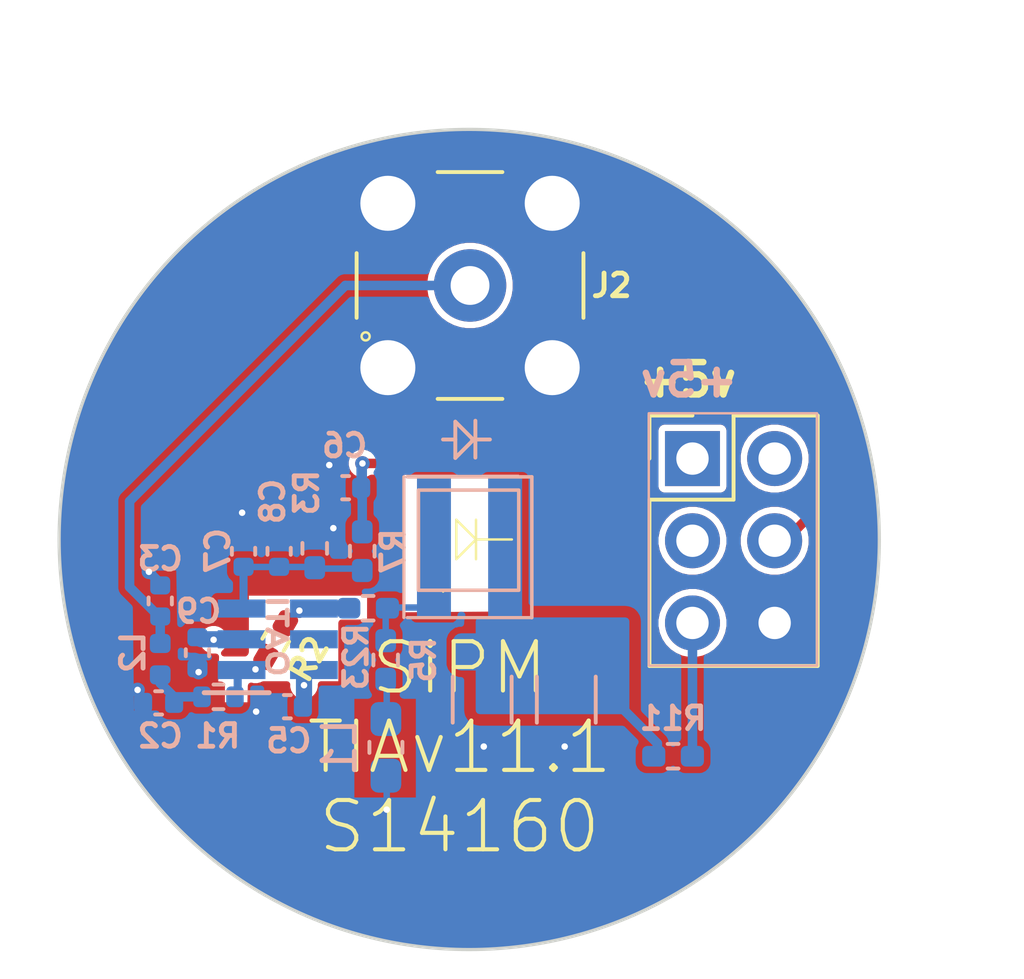
<source format=kicad_pcb>
(kicad_pcb (version 20241229) (generator "pcbnew") (generator_version "9.0")
  (layers (0 "F.Cu" signal) (4 "In1.Cu" signal "PWR") (6 "In2.Cu" signal "GND") (2 "B.Cu" signal) (13 "F.Paste" user) (15 "B.Paste" user) (5 "F.SilkS" user "F.Silkscreen") (7 "B.SilkS" user "B.Silkscreen") (1 "F.Mask" user) (3 "B.Mask" user) (25 "Edge.Cuts" user))
  (net 0 "")
  (net 1 "GND")
  (net 2 "/VBiasFilt")
  (net 3 "Net-(C2-Pad1)")
  (net 4 "VDDA")
  (net 5 "VSSA")
  (net 6 "/OUT")
  (net 7 "Net-(L1-Pad1)")
  (net 8 "Net-(J2-In)")
  (net 9 "+VDC")
  (net 10 "Net-(U1-+)")
  (net 11 "LINE")
  (net 12 "+5V")
  (net 13 "Net-(U1--)")
  (net 15 "Net-(D2-A)")
  (footprint "footprints:PinHeader_2x03_P2.54mm_Vertical" (layer "F.Cu") (at 206.9 97.5)
    (property "Reference" "J1" (hide yes))
    (property "Value" "SSQ-103-01-G-D" (hide yes))
    (fp_line (start -1.33 -1.33) (end 0 -1.33) (stroke (width 0.12)) (layer "F.SilkS"))
    (fp_line (start -1.33 0) (end -1.33 -1.33) (stroke (width 0.12)) (layer "F.SilkS"))
    (fp_line (start -1.33 1.27) (end -1.33 6.41) (stroke (width 0.12)) (layer "F.SilkS"))
    (fp_line (start -1.33 1.27) (end 1.27 1.27) (stroke (width 0.12)) (layer "F.SilkS"))
    (fp_line (start -1.33 6.41) (end 3.87 6.41) (stroke (width 0.12)) (layer "F.SilkS"))
    (fp_line (start 1.27 -1.33) (end 3.87 -1.33) (stroke (width 0.12)) (layer "F.SilkS"))
    (fp_line (start 1.27 1.27) (end 1.27 -1.33) (stroke (width 0.12)) (layer "F.SilkS"))
    (fp_line (start 3.87 -1.33) (end 3.87 6.41) (stroke (width 0.12)) (layer "F.SilkS"))
    (pad "1" thru_hole rect (at 0 0) (size 1.7 1.7) (drill 1) (layers "*.Cu" "*.Mask") (net 12 "+5V"))
    (pad "2" thru_hole oval (at 2.54 0) (size 1.7 1.7) (drill 1) (layers "*.Cu" "*.Mask") (net 5 "VSSA"))
    (pad "3" thru_hole oval (at 0 2.54) (size 1.7 1.7) (drill 1) (layers "*.Cu" "*.Mask") (net 4 "VDDA"))
    (pad "4" thru_hole oval (at 2.54 2.54) (size 1.7 1.7) (drill 1) (layers "*.Cu" "*.Mask") (net 11 "LINE"))
    (pad "5" thru_hole oval (at 0 5.08) (size 1.7 1.7) (drill 1) (layers "*.Cu" "*.Mask") (net 9 "+VDC"))
    (pad "6" thru_hole oval (at 2.54 5.08) (size 1.7 1.7) (drill 1) (layers "*.Cu" "*.Mask") (net 1 "GND"))
  )
  (footprint "Resistor_SMD:R_0402_1005Metric_Pad0.72x0.64mm_HandSolder" (layer "F.Cu") (at 194.019 103.1118 -120)
    (property "Reference" "R2" (at 0 -1.17 240) (layer "F.SilkS") (effects (font (size 0.7 0.7))))
    (property "Value" "1.5k")
    (fp_line (start -0.167621 0.38) (end 0.167621 0.38) (stroke (width 0.12)) (layer "F.SilkS"))
    (fp_line (start -0.167621 -0.38) (end 0.167621 -0.38) (stroke (width 0.12)) (layer "F.SilkS"))
    (pad "1" smd roundrect (at -0.5975 0 240) (size 0.715 0.64) (layers "F.Cu" "F.Mask" "F.Paste") (net 13 "Net-(U1--)"))
    (pad "2" smd roundrect (at 0.5975 0 240) (size 0.715 0.64) (layers "F.Cu" "F.Mask" "F.Paste") (net 6 "/OUT"))
  )
  (footprint "Connector_Coaxial:SMB_Jack_Vertical" (layer "F.Cu") (at 200.025 92.15)
    (property "Reference" "J2" (at 4.375 0 0) (layer "F.SilkS") (effects (font (size 0.7 0.7))))
    (property "Value" "Conn_Coaxial" (hide yes))
    (fp_line (start -3.5052 1) (end -3.5052 -1) (stroke (width 0.12)) (layer "F.SilkS"))
    (fp_line (start -1 -3.5052) (end 1 -3.5052) (stroke (width 0.12)) (layer "F.SilkS"))
    (fp_line (start 1 3.5052) (end -1 3.5052) (stroke (width 0.12)) (layer "F.SilkS"))
    (fp_line (start 3.5052 -1) (end 3.5052 1) (stroke (width 0.12)) (layer "F.SilkS"))
    (pad "1" thru_hole circle (at 0 0) (size 2.24 2.24) (drill 1.2) (layers "*.Cu" "*.Mask") (net 8 "Net-(J2-In)"))
    (pad "2" thru_hole circle (at -2.54 -2.54) (size 2.74 2.74) (drill 1.7) (layers "*.Cu" "*.Mask") (net 1 "GND"))
    (pad "2" thru_hole circle (at -2.54 2.54) (size 2.74 2.74) (drill 1.7) (layers "*.Cu" "*.Mask") (net 1 "GND"))
    (pad "2" thru_hole circle (at 2.54 -2.54) (size 2.74 2.74) (drill 1.7) (layers "*.Cu" "*.Mask") (net 1 "GND"))
    (pad "2" thru_hole circle (at 2.54 2.54) (size 2.74 2.74) (drill 1.7) (layers "*.Cu" "*.Mask") (net 1 "GND"))
  )
  (footprint "Capacitor_SMD:C_1206_3216Metric" (layer "B.Cu") (at 200.4 104.95 -90)
    (property "Reference" "C1" (hide yes))
    (property "Value" "2.2u")
    (fp_line (start -0.711252 0.91) (end 0.711252 0.91) (stroke (width 0.12)) (layer "B.SilkS"))
    (fp_line (start -0.711252 -0.91) (end 0.711252 -0.91) (stroke (width 0.12)) (layer "B.SilkS"))
    (pad "1" smd roundrect (at -1.475 0 270) (size 1.15 1.8) (layers "B.Cu" "B.Mask" "B.Paste") (roundrect_rratio 0.2173913043) (net 2 "/VBiasFilt"))
    (pad "2" smd roundrect (at 1.475 0 270) (size 1.15 1.8) (layers "B.Cu" "B.Mask" "B.Paste") (roundrect_rratio 0.2173913043) (net 1 "GND"))
  )
  (footprint "Capacitor_SMD:C_0402_1005Metric" (layer "B.Cu") (at 193.025 100.365 90)
    (property "Reference" "C7" (at 0.0168 -0.794 90) (layer "B.SilkS") (effects (font (size 0.7 0.7)) (justify mirror)))
    (property "Value" "1u" (hide yes))
    (fp_line (start -0.107836 -0.36) (end 0.107836 -0.36) (stroke (width 0.12)) (layer "B.SilkS"))
    (fp_line (start -0.107836 0.36) (end 0.107836 0.36) (stroke (width 0.12)) (layer "B.SilkS"))
    (pad "1" smd roundrect (at -0.48 0 90) (size 0.56 0.62) (layers "B.Cu" "B.Mask" "B.Paste") (net 10 "Net-(U1-+)"))
    (pad "2" smd roundrect (at 0.48 0 90) (size 0.56 0.62) (layers "B.Cu" "B.Mask" "B.Paste") (net 1 "GND"))
  )
  (footprint "Capacitor_SMD:C_0402_1005Metric" (layer "B.Cu") (at 194.3792 105.1684 180)
    (property "Reference" "C5" (at -0.0458 -1.0566 0) (layer "B.SilkS") (effects (font (size 0.7 0.7)) (justify mirror)))
    (property "Value" "1u" (hide yes))
    (fp_line (start -0.107836 0.36) (end 0.107836 0.36) (stroke (width 0.12)) (layer "B.SilkS"))
    (fp_line (start -0.107836 -0.36) (end 0.107836 -0.36) (stroke (width 0.12)) (layer "B.SilkS"))
    (pad "1" smd roundrect (at -0.48 0 180) (size 0.56 0.62) (layers "B.Cu" "B.Mask" "B.Paste") (net 4 "VDDA"))
    (pad "2" smd roundrect (at 0.48 0 180) (size 0.56 0.62) (layers "B.Cu" "B.Mask" "B.Paste") (net 1 "GND"))
  )
  (footprint "Capacitor_SMD:C_0402_1005Metric" (layer "B.Cu") (at 194.125 100.365 90)
    (property "Reference" "C8" (at 1.54 -0.2 270) (layer "B.SilkS") (effects (font (size 0.7 0.7) (thickness 0.15) (bold yes)) (justify mirror)))
    (property "Value" "1u")
    (fp_line (start -0.107836 -0.36) (end 0.107836 -0.36) (stroke (width 0.12)) (layer "B.SilkS"))
    (fp_line (start -0.107836 0.36) (end 0.107836 0.36) (stroke (width 0.12)) (layer "B.SilkS"))
    (pad "1" smd roundrect (at -0.48 0 90) (size 0.56 0.62) (layers "B.Cu" "B.Mask" "B.Paste") (net 10 "Net-(U1-+)"))
    (pad "2" smd roundrect (at 0.48 0 90) (size 0.56 0.62) (layers "B.Cu" "B.Mask" "B.Paste") (net 1 "GND"))
  )
  (footprint "Resistor_SMD:R_0402_1005Metric_Pad0.72x0.64mm_HandSolder" (layer "B.Cu") (at 195.225 100.275 -90)
    (property "Reference" "R3" (at -1.725 0.25 90) (layer "B.SilkS") (effects (font (size 0.7 0.7)) (justify mirror)))
    (property "Value" "68")
    (fp_line (start -0.167621 0.38) (end 0.167621 0.38) (stroke (width 0.12)) (layer "B.SilkS"))
    (fp_line (start -0.167621 -0.38) (end 0.167621 -0.38) (stroke (width 0.12)) (layer "B.SilkS"))
    (pad "1" smd roundrect (at -0.5975 0 270) (size 0.715 0.64) (layers "B.Cu" "B.Mask" "B.Paste") (net 1 "GND"))
    (pad "2" smd roundrect (at 0.5975 0 270) (size 0.715 0.64) (layers "B.Cu" "B.Mask" "B.Paste") (net 10 "Net-(U1-+)"))
  )
  (footprint "Resistor_SMD:R_0402_1005Metric_Pad0.72x0.64mm_HandSolder" (layer "B.Cu") (at 206.3 106.7 180)
    (property "Reference" "R11" (at 0 1.17 0) (layer "B.SilkS") (effects (font (size 0.7 0.7)) (justify mirror)))
    (property "Value" "10")
    (fp_line (start -0.167621 0.38) (end 0.167621 0.38) (stroke (width 0.12)) (layer "B.SilkS"))
    (fp_line (start -0.167621 -0.38) (end 0.167621 -0.38) (stroke (width 0.12)) (layer "B.SilkS"))
    (pad "1" smd roundrect (at -0.5975 0 180) (size 0.715 0.64) (layers "B.Cu" "B.Mask" "B.Paste") (net 9 "+VDC"))
    (pad "2" smd roundrect (at 0.5975 0 180) (size 0.715 0.64) (layers "B.Cu" "B.Mask" "B.Paste") (net 2 "/VBiasFilt"))
  )
  (footprint "Resistor_SMD:R_0402_1005Metric_Pad0.72x0.64mm_HandSolder" (layer "B.Cu") (at 196.875 102.125 180)
    (property "Reference" "R23" (at 0.375 -1.5 90) (layer "B.SilkS") (effects (font (size 0.7 0.7)) (justify mirror)))
    (property "Value" "30")
    (fp_line (start -0.167621 0.38) (end 0.167621 0.38) (stroke (width 0.12)) (layer "B.SilkS"))
    (fp_line (start -0.167621 -0.38) (end 0.167621 -0.38) (stroke (width 0.12)) (layer "B.SilkS"))
    (pad "1" smd roundrect (at -0.5975 0 180) (size 0.715 0.64) (layers "B.Cu" "B.Mask" "B.Paste") (net 15 "Net-(D2-A)"))
    (pad "2" smd roundrect (at 0.5975 0 180) (size 0.715 0.64) (layers "B.Cu" "B.Mask" "B.Paste") (net 13 "Net-(U1--)"))
  )
  (footprint "Inductor_SMD:L_0603_1608Metric_Pad1.05x0.95mm_HandSolder" (layer "B.Cu") (at 197.425 106.425 -90)
    (property "Reference" "L1" (at 0 1.43 90) (layer "B.SilkS") (effects (justify mirror)))
    (property "Value" "33nH")
    (fp_line (start -0.171267 0.51) (end 0.171267 0.51) (stroke (width 0.12)) (layer "B.SilkS"))
    (fp_line (start -0.171267 -0.51) (end 0.171267 -0.51) (stroke (width 0.12)) (layer "B.SilkS"))
    (pad "1" smd roundrect (at -0.875 0 270) (size 1.05 0.95) (layers "B.Cu" "B.Mask" "B.Paste") (net 7 "Net-(L1-Pad1)"))
    (pad "2" smd roundrect (at 0.875 0 270) (size 1.05 0.95) (layers "B.Cu" "B.Mask" "B.Paste") (net 1 "GND"))
  )
  (footprint "Resistor_SMD:R_0402_1005Metric" (layer "B.Cu") (at 192.25 104.8636 180)
    (property "Reference" "R1" (at 0.025 -1.2114 0) (layer "B.SilkS") (effects (font (size 0.7 0.7)) (justify mirror)))
    (property "Value" "50")
    (fp_line (start -0.153641 0.38) (end 0.153641 0.38) (stroke (width 0.12)) (layer "B.SilkS"))
    (fp_line (start -0.153641 -0.38) (end 0.153641 -0.38) (stroke (width 0.12)) (layer "B.SilkS"))
    (pad "1" smd roundrect (at -0.51 0 180) (size 0.54 0.64) (layers "B.Cu" "B.Mask" "B.Paste") (net 6 "/OUT"))
    (pad "2" smd roundrect (at 0.51 0 180) (size 0.54 0.64) (layers "B.Cu" "B.Mask" "B.Paste") (net 3 "Net-(C2-Pad1)"))
  )
  (footprint "Capacitor_SMD:C_0402_1005Metric" (layer "B.Cu") (at 191.6 103.5 -90)
    (property "Reference" "C9" (at -1.278 -0.036 0) (layer "B.SilkS") (effects (font (size 0.7 0.7)) (justify mirror)))
    (property "Value" "1u" (hide yes))
    (fp_line (start -0.107836 0.36) (end 0.107836 0.36) (stroke (width 0.12)) (layer "B.SilkS"))
    (fp_line (start -0.107836 -0.36) (end 0.107836 -0.36) (stroke (width 0.12)) (layer "B.SilkS"))
    (pad "1" smd roundrect (at -0.48 0 270) (size 0.56 0.62) (layers "B.Cu" "B.Mask" "B.Paste") (net 5 "VSSA"))
    (pad "2" smd roundrect (at 0.48 0 270) (size 0.56 0.62) (layers "B.Cu" "B.Mask" "B.Paste") (net 1 "GND"))
  )
  (footprint "Resistor_SMD:R_0402_1005Metric_Pad0.72x0.64mm_HandSolder" (layer "B.Cu") (at 197.418 103.725 90)
    (property "Reference" "R5" (at 0 1.17 270) (layer "B.SilkS") (effects (font (size 0.7 0.7)) (justify mirror)))
    (property "Value" "3.0")
    (fp_line (start -0.167621 -0.38) (end 0.167621 -0.38) (stroke (width 0.12)) (layer "B.SilkS"))
    (fp_line (start -0.167621 0.38) (end 0.167621 0.38) (stroke (width 0.12)) (layer "B.SilkS"))
    (pad "1" smd roundrect (at -0.5975 0 90) (size 0.715 0.64) (layers "B.Cu" "B.Mask" "B.Paste") (net 7 "Net-(L1-Pad1)"))
    (pad "2" smd roundrect (at 0.5975 0 90) (size 0.715 0.64) (layers "B.Cu" "B.Mask" "B.Paste") (net 15 "Net-(D2-A)"))
  )
  (footprint "footprints:OPA847IDBVT" (layer "B.Cu") (at 194.0824 103.085)
    (property "Reference" "U1" (hide yes))
    (property "Value" "OPA847IDBVT" (hide yes))
    (fp_line (start -0.2667 1.651) (end -2.2733 1.651) (stroke (width 0.1524)) (layer "B.SilkS"))
    (fp_text user "OATI" (at -0.0384 -0.1 270) (layer "B.SilkS") (effects (font (size 0.6 0.8)) (justify mirror)))
    (pad "1" smd rect (at -1.1176 0.950001) (size 1.4732 0.5588) (layers "B.Cu" "B.Mask" "B.Paste") (net 6 "/OUT"))
    (pad "2" smd rect (at -1.1176 0) (size 1.4732 0.5588) (layers "B.Cu" "B.Mask" "B.Paste") (net 5 "VSSA"))
    (pad "3" smd rect (at -1.1176 -0.950001) (size 1.4732 0.5588) (layers "B.Cu" "B.Mask" "B.Paste") (net 10 "Net-(U1-+)"))
    (pad "4" smd rect (at 1.1176 -0.950001) (size 1.4732 0.5588) (layers "B.Cu" "B.Mask" "B.Paste") (net 13 "Net-(U1--)"))
    (pad "5" smd rect (at 1.1176 0) (size 1.4732 0.5588) (layers "B.Cu" "B.Mask" "B.Paste"))
    (pad "6" smd rect (at 1.1176 0.950001) (size 1.4732 0.5588) (layers "B.Cu" "B.Mask" "B.Paste") (net 4 "VDDA"))
  )
  (footprint "Resistor_SMD:R_0402_1005Metric_Pad0.72x0.64mm_HandSolder" (layer "B.Cu") (at 196.694 100.3618 90)
    (property "Reference" "R7" (at 0 0.956 270) (layer "B.SilkS") (effects (font (size 0.7 0.7)) (justify mirror)))
    (property "Value" "5k")
    (fp_line (start -0.167621 -0.38) (end 0.167621 -0.38) (stroke (width 0.12)) (layer "B.SilkS"))
    (fp_line (start -0.167621 0.38) (end 0.167621 0.38) (stroke (width 0.12)) (layer "B.SilkS"))
    (pad "1" smd roundrect (at -0.5975 0 90) (size 0.715 0.64) (layers "B.Cu" "B.Mask" "B.Paste") (net 10 "Net-(U1-+)"))
    (pad "2" smd roundrect (at 0.5975 0 90) (size 0.715 0.64) (layers "B.Cu" "B.Mask" "B.Paste") (net 11 "LINE"))
  )
  (footprint "Capacitor_SMD:C_0402_1005Metric" (layer "B.Cu") (at 190.45 101.9 90)
    (property "Reference" "C3" (at 1.3 0 0) (layer "B.SilkS") (effects (font (size 0.7 0.7)) (justify mirror)))
    (property "Value" "120p")
    (fp_line (start -0.107836 -0.36) (end 0.107836 -0.36) (stroke (width 0.12)) (layer "B.SilkS"))
    (fp_line (start -0.107836 0.36) (end 0.107836 0.36) (stroke (width 0.12)) (layer "B.SilkS"))
    (pad "1" smd roundrect (at -0.48 0 90) (size 0.56 0.62) (layers "B.Cu" "B.Mask" "B.Paste") (net 8 "Net-(J2-In)"))
    (pad "2" smd roundrect (at 0.48 0 90) (size 0.56 0.62) (layers "B.Cu" "B.Mask" "B.Paste") (net 1 "GND"))
  )
  (footprint "footprints:S14160-30" (layer "B.Cu") (at 200 100 90)
    (property "Reference" "D2" (hide yes))
    (property "Value" "S14160-30")
    (fp_line (start -2.412008 -2.019679) (end 1.937992 -2.019679) (stroke (width 0.1)) (layer "B.SilkS"))
    (fp_line (start 1.935 -1.915) (end 1.935 1.935) (stroke (width 0.11)) (layer "B.SilkS"))
    (fp_line (start 3.64 -0.43) (end 3.12 0.09) (stroke (width 0.12)) (layer "B.SilkS"))
    (fp_line (start 3.09 -0.43) (end 3.09 -0.81) (stroke (width 0.12)) (layer "B.SilkS"))
    (fp_line (start 2.52 -0.43) (end 3.64 -0.43) (stroke (width 0.12)) (layer "B.SilkS"))
    (fp_line (start 2.63 -0.32) (end 2.52 -0.43) (stroke (width 0.12)) (layer "B.SilkS"))
    (fp_line (start 3.12 0.09) (end 3.05 0.09) (stroke (width 0.12)) (layer "B.SilkS"))
    (fp_line (start 3.08 0.13) (end 2.63 -0.32) (stroke (width 0.12)) (layer "B.SilkS"))
    (fp_line (start 2.53 0.19) (end 3.67 0.19) (stroke (width 0.12)) (layer "B.SilkS"))
    (fp_line (start 3.09 0.64) (end 3.09 0.24) (stroke (width 0.12)) (layer "B.SilkS"))
    (fp_line (start 1.935 1.935) (end -2.415 1.935) (stroke (width 0.11)) (layer "B.SilkS"))
    (fp_line (start -2.415 1.935) (end -2.415 -1.915) (stroke (width 0.1)) (layer "B.SilkS"))
    (fp_rect (start 1.526425 1.530562) (end -1.57 -1.57) (stroke (width 0.11)) (fill no) (layer "B.SilkS"))
    (pad "1" smd rect (at -0.24 -1.09 90) (size 4.25 1.05) (layers "B.Cu" "B.Mask" "B.Paste") (net 15 "Net-(D2-A)"))
    (pad "2" smd rect (at -0.24 1.11 90) (size 4.25 1.05) (layers "B.Cu" "B.Mask" "B.Paste") (net 2 "/VBiasFilt"))
  )
  (footprint "Capacitor_SMD:C_0402_1005Metric" (layer "B.Cu") (at 190.4 105.05 180)
    (property "Reference" "C2" (at -0.05 -1.025 180) (layer "B.SilkS") (effects (font (size 0.7 0.7)) (justify mirror)))
    (property "Value" "120pF")
    (fp_line (start -0.107836 0.36) (end 0.107836 0.36) (stroke (width 0.12)) (layer "B.SilkS"))
    (fp_line (start -0.107836 -0.36) (end 0.107836 -0.36) (stroke (width 0.12)) (layer "B.SilkS"))
    (pad "1" smd roundrect (at -0.48 0 180) (size 0.56 0.62) (layers "B.Cu" "B.Mask" "B.Paste") (net 3 "Net-(C2-Pad1)"))
    (pad "2" smd roundrect (at 0.48 0 180) (size 0.56 0.62) (layers "B.Cu" "B.Mask" "B.Paste") (net 1 "GND"))
  )
  (footprint "Capacitor_SMD:C_0402_1005Metric" (layer "B.Cu") (at 196.18 98.4 180)
    (property "Reference" "C6" (at 0.03 1.3 0) (layer "B.SilkS") (effects (font (size 0.7 0.7) (thickness 0.15) (bold yes)) (justify mirror)))
    (property "Value" "1u")
    (fp_line (start -0.107836 0.36) (end 0.107836 0.36) (stroke (width 0.12)) (layer "B.SilkS"))
    (fp_line (start -0.107836 -0.36) (end 0.107836 -0.36) (stroke (width 0.12)) (layer "B.SilkS"))
    (pad "1" smd roundrect (at -0.48 0 180) (size 0.56 0.62) (layers "B.Cu" "B.Mask" "B.Paste") (net 11 "LINE"))
    (pad "2" smd roundrect (at 0.48 0 180) (size 0.56 0.62) (layers "B.Cu" "B.Mask" "B.Paste") (net 1 "GND"))
  )
  (footprint "Inductor_SMD:L_0402_1005Metric" (layer "B.Cu") (at 190.45 103.7 90)
    (property "Reference" "L2" (at 0.208 -0.846 90) (layer "B.SilkS") (effects (font (size 0.7 0.7)) (justify mirror)))
    (property "Value" "560nH")
    (pad "1" smd roundrect (at -0.485 0 90) (size 0.59 0.64) (layers "B.Cu" "B.Mask" "B.Paste") (net 3 "Net-(C2-Pad1)"))
    (pad "2" smd roundrect (at 0.485 0 90) (size 0.59 0.64) (layers "B.Cu" "B.Mask" "B.Paste") (net 8 "Net-(J2-In)"))
  )
  (footprint "Capacitor_SMD:C_1206_3216Metric" (layer "B.Cu") (at 203 104.95 -90)
    (property "Reference" "C4" (hide yes))
    (property "Value" "2.2u")
    (fp_line (start -0.711252 0.91) (end 0.711252 0.91) (stroke (width 0.12)) (layer "B.SilkS"))
    (fp_line (start -0.711252 -0.91) (end 0.711252 -0.91) (stroke (width 0.12)) (layer "B.SilkS"))
    (pad "1" smd roundrect (at -1.475 0 270) (size 1.15 1.8) (layers "B.Cu" "B.Mask" "B.Paste") (roundrect_rratio 0.2173913043) (net 2 "/VBiasFilt"))
    (pad "2" smd roundrect (at 1.475 0 270) (size 1.15 1.8) (layers "B.Cu" "B.Mask" "B.Paste") (roundrect_rratio 0.2173913043) (net 1 "GND"))
  )
  (gr_circle (center 196.7982 93.7232) (end 196.8982 93.7982) (stroke (width 0.0762)) (fill no) (layer "F.SilkS"))
  (gr_line (start 200.2096 100.6096) (end 200.2096 99.3904) (stroke (width 0.0762)) (layer "F.SilkS"))
  (gr_line (start 200.2096 100) (end 201.3178 100) (stroke (width 0.0762)) (layer "F.SilkS"))
  (gr_line (start 199.6 100.5588) (end 199.6 99.3904) (stroke (width 0.0762)) (layer "F.SilkS"))
  (gr_line (start 199.6 99.3904) (end 200.2096 100) (stroke (width 0.0762)) (layer "F.SilkS"))
  (gr_line (start 200.2096 100) (end 199.6 100.6096) (stroke (width 0.0762)) (layer "F.SilkS"))
  (gr_line (start 199.1928 101.6096) (end 199.1928 101.5588) (stroke (width 0.0762)) (layer "F.SilkS"))
  (gr_rect (start 205.55 96.1) (end 210.75 103.9) (stroke (width 0.0762)) (fill no) (layer "B.SilkS"))
  (gr_circle (center 200 100) (end 212.6746 100) (stroke (width 0.1)) (fill no) (layer "Edge.Cuts"))
  (gr_text "SiPM\nTIAv11.1\nS14160\n\n" (at 199.7 107.65 0) (layer "F.SilkS") (effects (font (size 1.524 1.524) (thickness 0.127))))
  (gr_text "+5v" (at 205.15 95.65 0) (layer "F.SilkS") (effects (font (size 1 1) (thickness 0.2) (bold yes)) (justify left bottom)))
  (gr_text "+5v" (at 208.4 95.65 0) (layer "B.SilkS") (effects (font (size 1 1) (thickness 0.2) (bold yes)) (justify left bottom mirror)))
  (via (at 192.981 99.1732) (size 0.45) (drill 0.2) (layers "F.Cu" "B.Cu") (net 1))
  (via (at 195.8 99.65) (size 0.45) (drill 0.2) (layers "F.Cu" "B.Cu") (net 1))
  (via (at 191.636 104.1) (size 0.45) (drill 0.2) (layers "F.Cu" "B.Cu") (net 1))
  (via (at 189.75 104.65) (size 0.45) (drill 0.2) (layers "F.Cu" "B.Cu") (net 1))
  (via (at 200.45 106.4) (size 0.45) (drill 0.2) (layers "F.Cu" "B.Cu") (net 1))
  (via (at 202.95 106.4) (size 0.45) (drill 0.2) (layers "F.Cu" "B.Cu") (net 1))
  (via (at 195.675 97.7) (size 0.45) (drill 0.2) (layers "F.Cu" "B.Cu") (net 1))
  (via (at 197.45 108.35) (size 0.45) (drill 0.2) (layers "F.Cu" "B.Cu") (net 1))
  (via (at 190.1 101) (size 0.45) (drill 0.2) (layers "F.Cu" "B.Cu") (net 1))
  (via (at 193.414 105.3208) (size 0.45) (drill 0.2) (layers "F.Cu" "B.Cu") (net 1))
  (segment (start 194.125 99.88) (end 195.225 99.88) (width 0.2) (layer "B.Cu") (net 1))
  (segment (start 193.025 99.88) (end 194.125 99.88) (width 0.2) (layer "B.Cu") (net 1))
  (segment (start 190.45 101.35) (end 190.1 101) (width 0.29337) (layer "B.Cu") (net 1))
  (segment (start 197.45 108.35) (end 197.45 107.0945) (width 0.2) (layer "B.Cu") (net 1))
  (segment (start 195.225 99.6775) (end 195.7725 99.6775) (width 0.25) (layer "B.Cu") (net 1))
  (segment (start 195.7 98.4) (end 195.7 97.725) (width 0.25) (layer "B.Cu") (net 1))
  (segment (start 195.675 97.7) (end 195.65 97.725) (width 0.25) (layer "B.Cu") (net 1))
  (segment (start 193.9128 105.2192) (end 193.982 105.15) (width 0.29337) (layer "B.Cu") (net 1))
  (segment (start 193.5664 105.2192) (end 193.9128 105.2192) (width 0.29337) (layer "B.Cu") (net 1))
  (segment (start 190.45 101.42) (end 190.45 101.35) (width 0.29337) (layer "B.Cu") (net 1))
  (segment (start 192.981 99.1732) (end 192.981 99.841) (width 0.25) (layer "B.Cu") (net 1))
  (segment (start 192.981 99.841) (end 193.025 99.885) (width 0.25) (layer "B.Cu") (net 1))
  (segment (start 195.7725 99.6775) (end 195.8 99.65) (width 0.25) (layer "B.Cu") (net 1))
  (segment (start 195.7 97.725) (end 195.675 97.7) (width 0.25) (layer "B.Cu") (net 1))
  (segment (start 201.11 102.7775) (end 201.11 100.24) (width 0.2) (layer "B.Cu") (net 2))
  (segment (start 200.4 103.4875) (end 201.11 102.7775) (width 0.2) (layer "B.Cu") (net 2))
  (segment (start 205.815 106.3025) (end 203 103.4875) (width 0.29337) (layer "B.Cu") (net 2))
  (segment (start 205.815 106.7) (end 205.815 106.3025) (width 0.29337) (layer "B.Cu") (net 2))
  (segment (start 190.88 105.05) (end 190.88 104.8696) (width 0.29337) (layer "B.Cu") (net 3))
  (segment (start 191.6979 104.8636) (end 190.8629 104.8636) (width 0.29337) (layer "B.Cu") (net 3))
  (segment (start 190.93 105) (end 190.88 105.05) (width 0.29337) (layer "B.Cu") (net 3))
  (segment (start 190.45 104.4396) (end 190.45 104.185) (width 0.29337) (layer "B.Cu") (net 3))
  (segment (start 190.88 104.8696) (end 190.45 104.4396) (width 0.29337) (layer "B.Cu") (net 3))
  (via (at 194.894 104.504) (size 0.45) (drill 0.2) (layers "F.Cu" "B.Cu") (net 4))
  (segment (start 194.894 104.219201) (end 194.894 104.9218) (width 0.5) (layer "B.Cu") (net 4))
  (via (at 192.1 103.1) (size 0.45) (drill 0.2) (layers "F.Cu" "B.Cu") (net 5))
  (segment (start 192.9648 103.085) (end 191.7272 103.085) (width 0.5) (layer "B.Cu") (net 5))
  (segment (start 193.811799 103.5968) (end 193.394 104.014599) (width 0.2) (layer "F.Cu") (net 6))
  (via (at 193.394 104.014599) (size 0.45) (drill 0.2) (layers "F.Cu" "B.Cu") (net 6))
  (segment (start 192.844 104.035001) (end 192.844 104.931) (width 0.25) (layer "B.Cu") (net 6))
  (segment (start 197.45 105.5625) (end 197.45 104.207) (width 0.2) (layer "B.Cu") (net 7))
  (segment (start 190.45 103.215) (end 190.45 102.38) (width 0.29337) (layer "B.Cu") (net 8))
  (segment (start 189.5024 101.470677) (end 189.5024 98.8184) (width 0.29337) (layer "B.Cu") (net 8))
  (segment (start 190.411723 102.38) (end 189.5024 101.470677) (width 0.29337) (layer "B.Cu") (net 8))
  (segment (start 190.45 102.38) (end 190.411723 102.38) (width 0.29337) (layer "B.Cu") (net 8))
  (segment (start 189.5024 98.8184) (end 196.1708 92.15) (width 0.29337) (layer "B.Cu") (net 8))
  (segment (start 196.1708 92.15) (end 200.025 92.15) (width 0.29337) (layer "B.Cu") (net 8))
  (segment (start 206.9 106.585) (end 206.9 102.58) (width 0.29337) (layer "B.Cu") (net 9))
  (segment (start 194.125 100.85) (end 195.225 100.85) (width 0.2) (layer "B.Cu") (net 10))
  (segment (start 193.025 100.85) (end 194.125 100.85) (width 0.2) (layer "B.Cu") (net 10))
  (segment (start 193.025 102.074799) (end 192.9648 102.134999) (width 0.25) (layer "B.Cu") (net 10))
  (segment (start 193.025 100.845) (end 193.025 102.074799) (width 0.25) (layer "B.Cu") (net 10))
  (segment (start 195.2525 100.9) (end 196.8 100.9) (width 0.2) (layer "B.Cu") (net 10))
  (segment (start 195.225 100.8725) (end 195.2525 100.9) (width 0.2) (layer "B.Cu") (net 10))
  (segment (start 197.7 97.174) (end 197.7 97.15) (width 0.29337) (layer "F.Cu") (net 11))
  (segment (start 197.224 97.65) (end 197.7 97.174) (width 0.29337) (layer "F.Cu") (net 11))
  (segment (start 211.4 98.397) (end 209.757 100.04) (width 0.29337) (layer "F.Cu") (net 11))
  (segment (start 203.4 97.15) (end 205.55 95) (width 0.29337) (layer "F.Cu") (net 11))
  (segment (start 205.55 95) (end 210 95) (width 0.29337) (layer "F.Cu") (net 11))
  (segment (start 196.7 97.65) (end 197.224 97.65) (width 0.29337) (layer "F.Cu") (net 11))
  (segment (start 209.757 100.04) (end 209.44 100.04) (width 0.29337) (layer "F.Cu") (net 11))
  (segment (start 210 95) (end 211.4 96.4) (width 0.29337) (layer "F.Cu") (net 11))
  (segment (start 197.7 97.15) (end 203.4 97.15) (width 0.29337) (layer "F.Cu") (net 11))
  (segment (start 211.4 96.4) (end 211.4 98.397) (width 0.29337) (layer "F.Cu") (net 11))
  (via (at 196.7 97.65) (size 0.45) (drill 0.2) (layers "F.Cu" "B.Cu") (net 11))
  (segment (start 196.694 97.656) (end 196.7 97.65) (width 0.29337) (layer "B.Cu") (net 11))
  (segment (start 196.66 97.69) (end 196.66 98.666) (width 0.29337) (layer "B.Cu") (net 11))
  (segment (start 196.694 99.8768) (end 196.694 97.656) (width 0.29337) (layer "B.Cu") (net 11))
  (segment (start 196.7 97.65) (end 196.66 97.69) (width 0.29337) (layer "B.Cu") (net 11))
  (segment (start 194.594 102.185799) (end 194.594 102.359278) (width 0.2) (layer "F.Cu") (net 13))
  (segment (start 194.594 102.359278) (end 194.2615 102.691778) (width 0.2) (layer "F.Cu") (net 13))
  (via (at 194.75 102.2) (size 0.45) (drill 0.2) (layers "F.Cu" "B.Cu") (net 13))
  (segment (start 196.4644 102.0868) (end 195.248199 102.0868) (width 0.2) (layer "B.Cu") (net 13))
  (segment (start 197.418 103.24) (end 197.418 102.3346) (width 0.2) (layer "B.Cu") (net 15))
  (segment (start 197.2264 102.1038) (end 198.596 102.1038) (width 0.2) (layer "B.Cu") (net 15))
  (zone (net 0) (net_name "") (layers "F.Cu" "B.Cu" "In1.Cu" "In2.Cu") (connect_pads (clearance 0)) (min_thickness 0.2)
    (keepout (tracks allowed) (vias allowed) (pads allowed) (copperpour not_allowed) (footprints allowed))
    (fill (thermal_gap 0.25) (thermal_bridge_width 0.25))
    (polygon (pts (xy 197.986 98) (xy 201.542 98) (xy 201.542 102.222) (xy 197.986 102.25)))
  )
  (zone (net 0) (net_name "") (layers "F.Cu" "B.Cu" "In1.Cu" "In2.Cu") (connect_pads (clearance 0)) (min_thickness 0.2)
    (keepout (tracks allowed) (vias allowed) (pads allowed) (copperpour not_allowed) (footprints allowed))
    (fill (thermal_gap 0.25) (thermal_bridge_width 0.25))
    (polygon (pts (xy 193.145 105.0328) (xy 193.16 104.381) (xy 195.954 104.381) (xy 195.954 102.476) (xy 196.842043 102.475997) (xy 196.844 101.7368) (xy 193.19 101.7368) (xy 193.19 103.6158) (xy 192.269 103.6158) (xy 192.244 104.386) (xy 192.4488 104.4064) (xy 192.4488 105.0328)))
  )
  (zone (net 1) (net_name "GND") (layers "F.Cu" "B.Cu" "In2.Cu") (connect_pads yes (clearance 0.2)) (min_thickness 0.2) (fill yes (thermal_gap 0.25) (thermal_bridge_width 0.25))
    (polygon (pts (xy 217.1521 85.805) (xy 216.9021 113.58) (xy 185.4979 113.57) (xy 185.7479 85.795)))
  )
  (zone (net 0) (net_name "") (layer "B.Cu") (connect_pads (clearance 0)) (min_thickness 0.254)
    (keepout (tracks allowed) (vias allowed) (pads allowed) (copperpour not_allowed) (footprints allowed))
    (fill (thermal_gap 0.508) (thermal_bridge_width 0.508))
    (polygon (pts (xy 189.64 105.2868) (xy 193.145 105.2868) (xy 193.145 103.7386) (xy 190.9952 103.7386) (xy 190.9452 100.9583) (xy 189.59 100.9748)))
  )
  (zone (net 2) (net_name "/VBiasFilt") (layer "B.Cu") (priority 2) (connect_pads yes (clearance 0.35)) (min_thickness 0.25) (fill yes (thermal_gap 0.5) (thermal_bridge_width 0.5))
    (polygon (pts (xy 200.2 102.408) (xy 200.2 105.4) (xy 204.95 105.4) (xy 204.95 102.408)))
  )
  (zone (net 0) (net_name "") (layer "B.Cu") (connect_pads (clearance 0)) (min_thickness 0.25)
    (keepout (tracks allowed) (vias allowed) (pads allowed) (copperpour not_allowed) (footprints allowed))
    (fill (thermal_gap 0.5) (thermal_bridge_width 0.5))
    (polygon (pts (xy 194.362 103.25) (xy 193.662 103.25) (xy 193.662 104.75) (xy 194.362 104.75)))
  )
  (zone (net 0) (net_name "") (layers "B.Cu" "In1.Cu" "In2.Cu") (connect_pads (clearance 0)) (min_thickness 0.2)
    (keepout (tracks allowed) (vias allowed) (pads allowed) (copperpour not_allowed) (footprints allowed))
    (fill (thermal_gap 0.25) (thermal_bridge_width 0.25))
    (polygon (pts (xy 196.45 107.975) (xy 198.35 107.975) (xy 198.35 104.925) (xy 196.45 104.925)))
  )
  (zone (net 0) (net_name "") (layers "B.Cu" "In2.Cu") (connect_pads (clearance 0)) (min_thickness 0.2)
    (keepout (tracks allowed) (vias allowed) (pads allowed) (copperpour not_allowed) (footprints allowed))
    (fill (thermal_gap 0.25) (thermal_bridge_width 0.25))
    (polygon (pts (xy 192.244 104.4368) (xy 192.244 105.2868) (xy 193.069 105.2868) (xy 193.069 104.4368) (xy 193.744 104.4368) (xy 193.744 103.6618) (xy 192.144 103.6618) (xy 192.144 104.4368)))
  )
)
</source>
